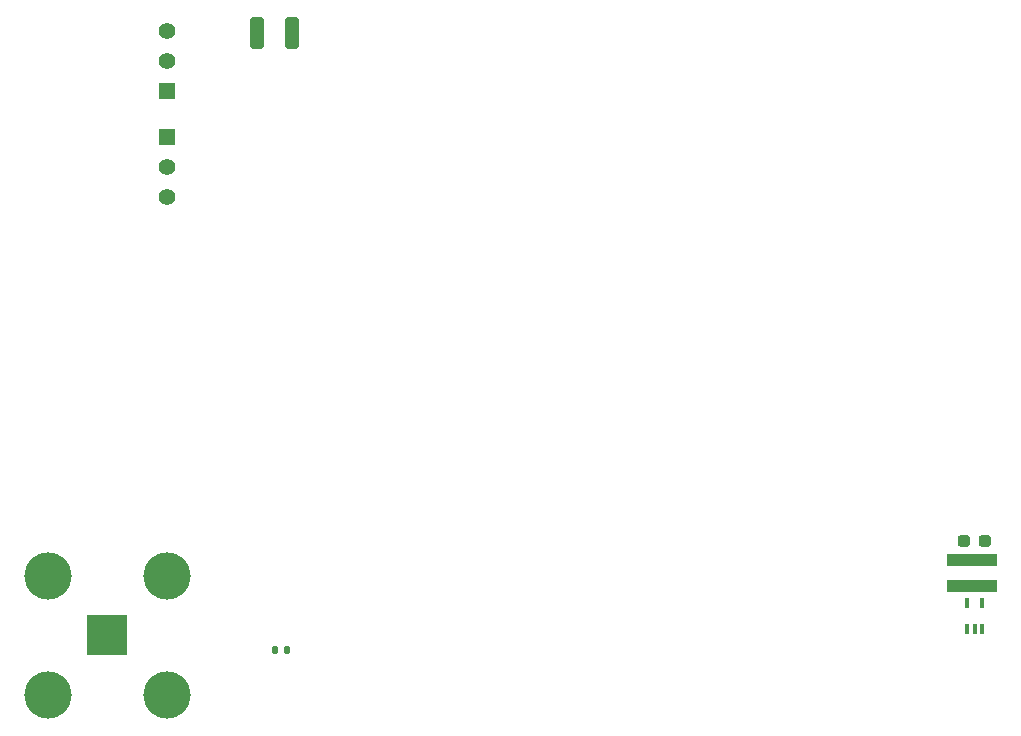
<source format=gbr>
%TF.GenerationSoftware,KiCad,Pcbnew,(6.0.8-1)-1*%
%TF.CreationDate,2022-10-31T21:03:20-04:00*%
%TF.ProjectId,Untitled,556e7469-746c-4656-942e-6b696361645f,rev?*%
%TF.SameCoordinates,Original*%
%TF.FileFunction,Soldermask,Top*%
%TF.FilePolarity,Negative*%
%FSLAX46Y46*%
G04 Gerber Fmt 4.6, Leading zero omitted, Abs format (unit mm)*
G04 Created by KiCad (PCBNEW (6.0.8-1)-1) date 2022-10-31 21:03:20*
%MOMM*%
%LPD*%
G01*
G04 APERTURE LIST*
G04 Aperture macros list*
%AMRoundRect*
0 Rectangle with rounded corners*
0 $1 Rounding radius*
0 $2 $3 $4 $5 $6 $7 $8 $9 X,Y pos of 4 corners*
0 Add a 4 corners polygon primitive as box body*
4,1,4,$2,$3,$4,$5,$6,$7,$8,$9,$2,$3,0*
0 Add four circle primitives for the rounded corners*
1,1,$1+$1,$2,$3*
1,1,$1+$1,$4,$5*
1,1,$1+$1,$6,$7*
1,1,$1+$1,$8,$9*
0 Add four rect primitives between the rounded corners*
20,1,$1+$1,$2,$3,$4,$5,0*
20,1,$1+$1,$4,$5,$6,$7,0*
20,1,$1+$1,$6,$7,$8,$9,0*
20,1,$1+$1,$8,$9,$2,$3,0*%
G04 Aperture macros list end*
%ADD10RoundRect,0.250000X-0.325000X-1.100000X0.325000X-1.100000X0.325000X1.100000X-0.325000X1.100000X0*%
%ADD11R,3.500000X3.500000*%
%ADD12C,4.000000*%
%ADD13R,1.397000X1.397000*%
%ADD14C,1.397000*%
%ADD15RoundRect,0.087500X-0.087500X-0.337500X0.087500X-0.337500X0.087500X0.337500X-0.087500X0.337500X0*%
%ADD16R,4.300000X1.100000*%
%ADD17RoundRect,0.135000X-0.135000X-0.185000X0.135000X-0.185000X0.135000X0.185000X-0.135000X0.185000X0*%
%ADD18RoundRect,0.237500X-0.287500X-0.237500X0.287500X-0.237500X0.287500X0.237500X-0.287500X0.237500X0*%
G04 APERTURE END LIST*
D10*
%TO.C,REF\u002A\u002A*%
X66885000Y-36200000D03*
X69835000Y-36200000D03*
%TD*%
D11*
%TO.C,REF\u002A\u002A*%
X54200000Y-87200000D03*
D12*
X49175000Y-82175000D03*
X49175000Y-92225000D03*
X59225000Y-82175000D03*
X59225000Y-92225000D03*
%TD*%
D13*
%TO.C,REF\u002A\u002A*%
X59250100Y-41127500D03*
D14*
X59250100Y-38587500D03*
X59250100Y-36047500D03*
%TD*%
D15*
%TO.C,REF\u002A\u002A*%
X126980000Y-86620000D03*
X127630000Y-86620000D03*
X128280000Y-86620000D03*
X128280000Y-84420000D03*
X126980000Y-84420000D03*
%TD*%
D16*
%TO.C,REF\u002A\u002A*%
X127380000Y-80820000D03*
X127380000Y-83020000D03*
%TD*%
D17*
%TO.C,REF\u002A\u002A*%
X68400000Y-88400000D03*
X69420000Y-88400000D03*
%TD*%
D18*
%TO.C,REF\u002A\u002A*%
X126755000Y-79160000D03*
X128505000Y-79160000D03*
%TD*%
D13*
%TO.C,REF\u002A\u002A*%
X59250100Y-45012500D03*
D14*
X59250100Y-47552500D03*
X59250100Y-50092500D03*
%TD*%
M02*

</source>
